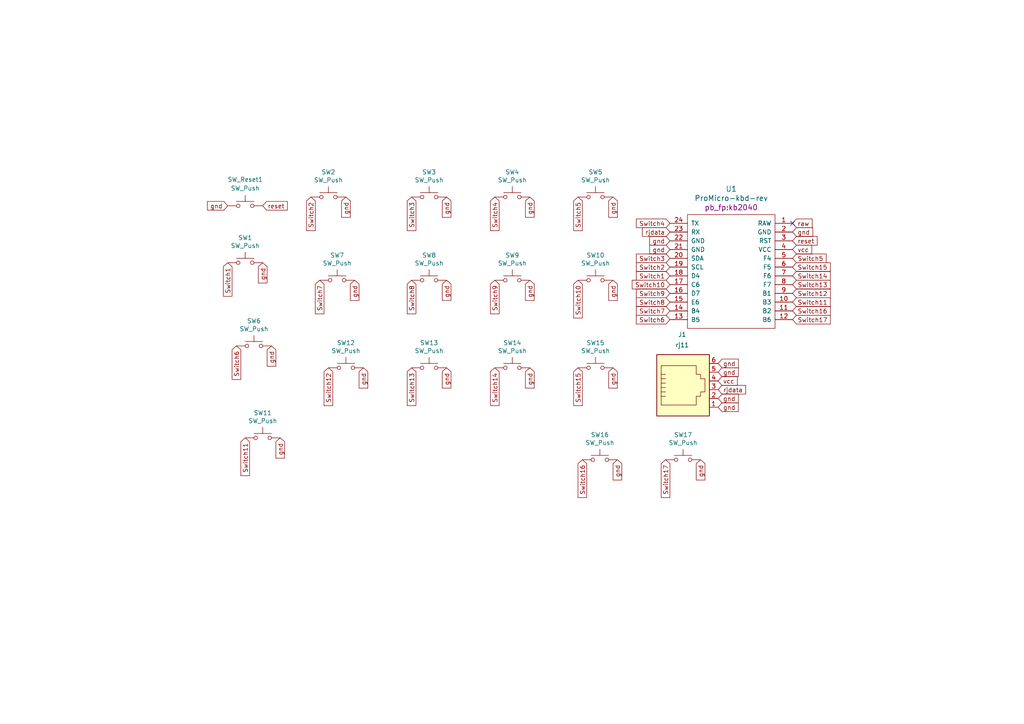
<source format=kicad_sch>
(kicad_sch (version 20231120) (generator "eeschema") (generator_version "8.0")
  (paper "A4")
  (title_block (title "pearbear_mx") (date "2024-09-24") (rev "0") (company "tomsadowski"))
  (lib_symbols
    (symbol "Connector:6P6C" (pin_names (offset 1.016))
      (property "Reference" "J" (at -5.08 11.43 0))
      (property "Value" "6P6C" (at 2.54 11.43 0))
      (symbol "6P6C_0_1"
        (polyline (pts (xy -6.35 -1.905) (xy -5.08 -1.905) (xy -5.08 -1.905)))
        (polyline (pts (xy -6.35 -0.635) (xy -5.08 -0.635) (xy -5.08 -0.635)))
        (polyline (pts (xy -6.35 0.635) (xy -5.08 0.635) (xy -5.08 0.635)))
        (polyline (pts (xy -6.35 1.905) (xy -5.08 1.905) (xy -5.08 1.905)))
        (polyline (pts (xy -6.35 3.175) (xy -5.08 3.175) (xy -5.08 3.175)))
        (polyline (pts (xy -5.08 4.445) (xy -6.35 4.445) (xy -6.35 4.445)))
        (polyline (pts (xy -6.35 -4.445) (xy -6.35 6.985) (xy 3.81 6.985) (xy 3.81 4.445) (xy 5.08 4.445) (xy 5.08 3.175) (xy 6.35 3.175) (xy 6.35 -0.635) (xy 5.08 -0.635) (xy 5.08 -1.905) (xy 3.81 -1.905) (xy 3.81 -4.445) (xy -6.35 -4.445) (xy -6.35 -4.445)))
        (rectangle (start 7.62 10.16) (end -7.62 -7.62) (stroke (width 0.254)) (fill (type background)))
      )
      (symbol "6P6C_1_1"
        (pin passive line (at 10.16 -5.08 180) (length 2.54) (name "~") (number "1"))
        (pin passive line (at 10.16 -2.54 180) (length 2.54) (name "~") (number "2"))
        (pin passive line (at 10.16 0 180) (length 2.54) (name "~") (number "3"))
        (pin passive line (at 10.16 2.54 180) (length 2.54) (name "~") (number "4"))
        (pin passive line (at 10.16 5.08 180) (length 2.54) (name "~") (number "5"))
        (pin passive line (at 10.16 7.62 180) (length 2.54) (name "~") (number "6"))
      )
    )
    (symbol "Switch:SW_Push" (pin_numbers hide) (pin_names (offset 1.016) hide)
      (property "Reference" "SW" (at 1.27 2.54 0))
      (property "Value" "SW_Push" (at 0 -1.524 0))
      (symbol "SW_Push_0_1"
        (circle (center -2.032 0) (radius 0.508))
        (polyline (pts (xy 0 1.27) (xy 0 3.048)))
        (polyline (pts (xy 2.54 1.27) (xy -2.54 1.27)))
        (circle (center 2.032 0) (radius 0.508))
        (pin passive line (at -5.08 0 0) (length 2.54) (name "1") (number "1"))
        (pin passive line (at 5.08 0 180) (length 2.54) (name "2") (number "2"))
      )
    )
    (symbol "misc:ProMicro-kbd-faceup" (pin_names (offset 1.016))
      (property "Reference" "U2" (at 0 29.0322 0))
      (property "Value" "ProMicro-kbd-stupid" (at 0 26.3398 0))
      (property "Footprint" "misc:ProMicro_jumpers_facedown" (at 0 23.6474 0))
      (symbol "ProMicro-kbd-faceup_0_1"
        (rectangle (start -12.7 21.59) (end 12.7 -11.43))
      )
      (symbol "ProMicro-kbd-faceup_1_0"
        (pin power_out line (at 17.78 19.05 180) (length 5.08) (name "RAW") (number "1"))
      )
      (symbol "ProMicro-kbd-faceup_1_1"
        (pin bidirectional line (at 17.78 -3.81 180) (length 5.08) (name "B3") (number "10"))
        (pin bidirectional line (at 17.78 -6.35 180) (length 5.08) (name "B2") (number "11"))
        (pin bidirectional line (at 17.78 -8.89 180) (length 5.08) (name "B6") (number "12"))
        (pin bidirectional line (at -17.78 -8.89 0) (length 5.08) (name "B5") (number "13"))
        (pin bidirectional line (at -17.78 -6.35 0) (length 5.08) (name "B4") (number "14"))
        (pin bidirectional line (at -17.78 -3.81 0) (length 5.08) (name "E6") (number "15"))
        (pin bidirectional line (at -17.78 -1.27 0) (length 5.08) (name "D7") (number "16"))
        (pin bidirectional line (at -17.78 1.27 0) (length 5.08) (name "C6") (number "17"))
        (pin bidirectional line (at -17.78 3.81 0) (length 5.08) (name "D4") (number "18"))
        (pin bidirectional line (at -17.78 6.35 0) (length 5.08) (name "SCL") (number "19"))
        (pin power_in line (at 17.78 16.51 180) (length 5.08) (name "GND") (number "2"))
        (pin bidirectional line (at -17.78 8.89 0) (length 5.08) (name "SDA") (number "20"))
        (pin power_in line (at -17.78 11.43 0) (length 5.08) (name "GND") (number "21"))
        (pin power_in line (at -17.78 13.97 0) (length 5.08) (name "GND") (number "22"))
        (pin bidirectional line (at -17.78 16.51 0) (length 5.08) (name "RX") (number "23"))
        (pin bidirectional line (at -17.78 19.05 0) (length 5.08) (name "TX") (number "24"))
        (pin input line (at 17.78 13.97 180) (length 5.08) (name "RST") (number "3"))
        (pin power_in line (at 17.78 11.43 180) (length 5.08) (name "VCC") (number "4"))
        (pin bidirectional line (at 17.78 8.89 180) (length 5.08) (name "F4") (number "5"))
        (pin bidirectional line (at 17.78 6.35 180) (length 5.08) (name "F5") (number "6"))
        (pin bidirectional line (at 17.78 3.81 180) (length 5.08) (name "F6") (number "7"))
        (pin bidirectional line (at 17.78 1.27 180) (length 5.08) (name "F7") (number "8"))
        (pin bidirectional line (at 17.78 -1.27 180) (length 5.08) (name "B1") (number "9"))
      )
    )
  )
  (no_connect (at 229.87 64.77))
  (global_label "Switch12" (shape input) (at 95.25 106.68 270) (property "Intersheetrefs" "${INTERSHEET_REFS}" (effects (hide yes))))
  (global_label "gnd" (shape input) (at 105.41 106.68 270) (property "Intersheetrefs" "${INTERSHEET_REFS}" (effects (hide yes))))
  (global_label "gnd" (shape input) (at 76.2 76.2 270) (property "Intersheetrefs" "${INTERSHEET_REFS}" (effects (hide yes))))
  (global_label "reset" (shape input) (at 229.87 69.85 0) (property "Intersheetrefs" "${INTERSHEET_REFS}" (effects (hide yes))))
  (global_label "Switch11" (shape input) (at 229.87 87.63 0) (property "Intersheetrefs" "${INTERSHEET_REFS}" (effects (hide yes))))
  (global_label "gnd" (shape input) (at 153.67 57.15 270) (property "Intersheetrefs" "${INTERSHEET_REFS}" (effects (hide yes))))
  (global_label "reset" (shape input) (at 76.2 59.69 0) (property "Intersheetrefs" "${INTERSHEET_REFS}" (effects (hide yes))))
  (global_label "gnd" (shape input) (at 78.74 100.33 270) (property "Intersheetrefs" "${INTERSHEET_REFS}" (effects (hide yes))))
  (global_label "Switch14" (shape input) (at 143.51 106.68 270) (property "Intersheetrefs" "${INTERSHEET_REFS}" (effects (hide yes))))
  (global_label "Switch17" (shape input) (at 193.04 133.35 270) (property "Intersheetrefs" "${INTERSHEET_REFS}" (effects (hide yes))))
  (global_label "Switch5" (shape input) (at 167.64 57.15 270) (property "Intersheetrefs" "${INTERSHEET_REFS}" (effects (hide yes))))
  (global_label "Switch3" (shape input) (at 194.31 74.93 180) (property "Intersheetrefs" "${INTERSHEET_REFS}" (effects (hide yes))))
  (global_label "Switch16" (shape input) (at 229.87 90.17 0) (property "Intersheetrefs" "${INTERSHEET_REFS}" (effects (hide yes))))
  (global_label "Switch15" (shape input) (at 229.87 77.47 0) (property "Intersheetrefs" "${INTERSHEET_REFS}" (effects (hide yes))))
  (global_label "gnd" (shape input) (at 129.54 81.28 270) (property "Intersheetrefs" "${INTERSHEET_REFS}" (effects (hide yes))))
  (global_label "gnd" (shape input) (at 102.87 81.28 270) (property "Intersheetrefs" "${INTERSHEET_REFS}" (effects (hide yes))))
  (global_label "gnd" (shape input) (at 129.54 57.15 270) (property "Intersheetrefs" "${INTERSHEET_REFS}" (effects (hide yes))))
  (global_label "gnd" (shape input) (at 129.54 106.68 270) (property "Intersheetrefs" "${INTERSHEET_REFS}" (effects (hide yes))))
  (global_label "Switch16" (shape input) (at 168.91 133.35 270) (property "Intersheetrefs" "${INTERSHEET_REFS}" (effects (hide yes))))
  (global_label "gnd" (shape input) (at 208.28 118.11 0) (property "Intersheetrefs" "${INTERSHEET_REFS}" (effects (hide yes))))
  (global_label "gnd" (shape input) (at 153.67 106.68 270) (property "Intersheetrefs" "${INTERSHEET_REFS}" (effects (hide yes))))
  (global_label "gnd" (shape input) (at 208.28 105.41 0) (property "Intersheetrefs" "${INTERSHEET_REFS}" (effects (hide yes))))
  (global_label "gnd" (shape input) (at 66.04 59.69 180) (property "Intersheetrefs" "${INTERSHEET_REFS}" (effects (hide yes))))
  (global_label "Switch1" (shape input) (at 194.31 80.01 180) (property "Intersheetrefs" "${INTERSHEET_REFS}" (effects (hide yes))))
  (global_label "gnd" (shape input) (at 229.87 67.31 0) (property "Intersheetrefs" "${INTERSHEET_REFS}" (effects (hide yes))))
  (global_label "Switch15" (shape input) (at 167.64 106.68 270) (property "Intersheetrefs" "${INTERSHEET_REFS}" (effects (hide yes))))
  (global_label "gnd" (shape input) (at 177.8 57.15 270) (property "Intersheetrefs" "${INTERSHEET_REFS}" (effects (hide yes))))
  (global_label "Switch5" (shape input) (at 229.87 74.93 0) (property "Intersheetrefs" "${INTERSHEET_REFS}" (effects (hide yes))))
  (global_label "Switch7" (shape input) (at 194.31 90.17 180) (property "Intersheetrefs" "${INTERSHEET_REFS}" (effects (hide yes))))
  (global_label "Switch17" (shape input) (at 229.87 92.71 0) (property "Intersheetrefs" "${INTERSHEET_REFS}" (effects (hide yes))))
  (global_label "gnd" (shape input) (at 100.33 57.15 270) (property "Intersheetrefs" "${INTERSHEET_REFS}" (effects (hide yes))))
  (global_label "gnd" (shape input) (at 203.2 133.35 270) (property "Intersheetrefs" "${INTERSHEET_REFS}" (effects (hide yes))))
  (global_label "gnd" (shape input) (at 194.31 69.85 180) (property "Intersheetrefs" "${INTERSHEET_REFS}" (effects (hide yes))))
  (global_label "gnd" (shape input) (at 208.28 115.57 0) (property "Intersheetrefs" "${INTERSHEET_REFS}" (effects (hide yes))))
  (global_label "vcc" (shape input) (at 229.87 72.39 0) (property "Intersheetrefs" "${INTERSHEET_REFS}" (effects (hide yes))))
  (global_label "gnd" (shape input) (at 177.8 81.28 270) (property "Intersheetrefs" "${INTERSHEET_REFS}" (effects (hide yes))))
  (global_label "Switch10" (shape input) (at 194.31 82.55 180) (property "Intersheetrefs" "${INTERSHEET_REFS}" (effects (hide yes))))
  (global_label "raw" (shape input) (at 229.87 64.77 0) (property "Intersheetrefs" "${INTERSHEET_REFS}" (effects (hide yes))))
  (global_label "rjdata" (shape input) (at 208.28 113.03 0) (property "Intersheetrefs" "${INTERSHEET_REFS}" (effects (hide yes))))
  (global_label "gnd" (shape input) (at 194.31 72.39 180) (property "Intersheetrefs" "${INTERSHEET_REFS}" (effects (hide yes))))
  (global_label "Switch8" (shape input) (at 194.31 87.63 180) (property "Intersheetrefs" "${INTERSHEET_REFS}" (effects (hide yes))))
  (global_label "Switch13" (shape input) (at 229.87 82.55 0) (property "Intersheetrefs" "${INTERSHEET_REFS}" (effects (hide yes))))
  (global_label "Switch9" (shape input) (at 194.31 85.09 180) (property "Intersheetrefs" "${INTERSHEET_REFS}" (effects (hide yes))))
  (global_label "Switch1" (shape input) (at 66.04 76.2 270) (property "Intersheetrefs" "${INTERSHEET_REFS}" (effects (hide yes))))
  (global_label "Switch14" (shape input) (at 229.87 80.01 0) (property "Intersheetrefs" "${INTERSHEET_REFS}" (effects (hide yes))))
  (global_label "Switch3" (shape input) (at 119.38 57.15 270) (property "Intersheetrefs" "${INTERSHEET_REFS}" (effects (hide yes))))
  (global_label "Switch2" (shape input) (at 90.17 57.15 270) (property "Intersheetrefs" "${INTERSHEET_REFS}" (effects (hide yes))))
  (global_label "Switch4" (shape input) (at 194.31 64.77 180) (property "Intersheetrefs" "${INTERSHEET_REFS}" (effects (hide yes))))
  (global_label "Switch12" (shape input) (at 229.87 85.09 0) (property "Intersheetrefs" "${INTERSHEET_REFS}" (effects (hide yes))))
  (global_label "gnd" (shape input) (at 208.28 107.95 0) (property "Intersheetrefs" "${INTERSHEET_REFS}" (effects (hide yes))))
  (global_label "gnd" (shape input) (at 153.67 81.28 270) (property "Intersheetrefs" "${INTERSHEET_REFS}" (effects (hide yes))))
  (global_label "Switch10" (shape input) (at 167.64 81.28 270) (property "Intersheetrefs" "${INTERSHEET_REFS}" (effects (hide yes))))
  (global_label "Switch7" (shape input) (at 92.71 81.28 270) (property "Intersheetrefs" "${INTERSHEET_REFS}" (effects (hide yes))))
  (global_label "Switch4" (shape input) (at 143.51 57.15 270) (property "Intersheetrefs" "${INTERSHEET_REFS}" (effects (hide yes))))
  (global_label "vcc" (shape input) (at 208.28 110.49 0) (property "Intersheetrefs" "${INTERSHEET_REFS}" (effects (hide yes))))
  (global_label "Switch6" (shape input) (at 194.31 92.71 180) (property "Intersheetrefs" "${INTERSHEET_REFS}" (effects (hide yes))))
  (global_label "Switch2" (shape input) (at 194.31 77.47 180) (property "Intersheetrefs" "${INTERSHEET_REFS}" (effects (hide yes))))
  (global_label "Switch8" (shape input) (at 119.38 81.28 270) (property "Intersheetrefs" "${INTERSHEET_REFS}" (effects (hide yes))))
  (global_label "gnd" (shape input) (at 179.07 133.35 270) (property "Intersheetrefs" "${INTERSHEET_REFS}" (effects (hide yes))))
  (global_label "gnd" (shape input) (at 81.28 127 270) (property "Intersheetrefs" "${INTERSHEET_REFS}" (effects (hide yes))))
  (global_label "Switch6" (shape input) (at 68.58 100.33 270) (property "Intersheetrefs" "${INTERSHEET_REFS}" (effects (hide yes))))
  (global_label "rjdata" (shape input) (at 194.31 67.31 180) (property "Intersheetrefs" "${INTERSHEET_REFS}" (effects (hide yes))))
  (global_label "Switch9" (shape input) (at 143.51 81.28 270) (property "Intersheetrefs" "${INTERSHEET_REFS}" (effects (hide yes))))
  (global_label "gnd" (shape input) (at 177.8 106.68 270) (property "Intersheetrefs" "${INTERSHEET_REFS}" (effects (hide yes))))
  (global_label "Switch11" (shape input) (at 71.12 127 270) (property "Intersheetrefs" "${INTERSHEET_REFS}" (effects (hide yes))))
  (global_label "Switch13" (shape input) (at 119.38 106.68 270) (property "Intersheetrefs" "${INTERSHEET_REFS}" (effects (hide yes))))
  (symbol (lib_id "misc:ProMicro-kbd-faceup") (at 212.09 83.82 0) (unit 1)
    (property "Reference" "U1" (at 212.09 54.7878 0) (effects (font (size 1.524 1.524))))
    (property "Value" "ProMicro-kbd-rev" (at 212.09 57.4802 0) (effects (font (size 1.524 1.524))))
    (property "Footprint" "pb_fp:kb2040" (at 212.09 60.1726 0) (effects (font (size 1.524 1.524))))
  )
  (symbol (lib_id "Switch:SW_Push") (at 71.12 76.2 0) (unit 1)
    (property "Reference" "SW1" (at 71.12 68.961 0))
    (property "Value" "SW_Push" (at 71.12 71.2724 0))
    (property "Footprint" "pb_fp:SW_Cherry_MX" (effects (hide yes)))
  )
  (symbol (lib_id "Switch:SW_Push") (at 95.25 57.15 0) (unit 1)
    (property "Reference" "SW2" (at 95.25 49.911 0))
    (property "Value" "SW_Push" (at 95.25 52.2224 0))
    (property "Footprint" "pb_fp:SW_Cherry_MX" (effects (hide yes)))
  )
  (symbol (lib_id "Switch:SW_Push") (at 124.46 57.15 0) (unit 1)
    (property "Reference" "SW3" (at 124.46 49.911 0))
    (property "Value" "SW_Push" (at 124.46 52.2224 0))
    (property "Footprint" "pb_fp:SW_Cherry_MX" (effects (hide yes)))
  )
  (symbol (lib_id "Switch:SW_Push") (at 148.59 57.15 0) (unit 1)
    (property "Reference" "SW4" (at 148.59 49.911 0))
    (property "Value" "SW_Push" (at 148.59 52.2224 0))
    (property "Footprint" "pb_fp:SW_Cherry_MX" (effects (hide yes)))
  )
  (symbol (lib_id "Switch:SW_Push") (at 172.72 57.15 0) (unit 1)
    (property "Reference" "SW5" (at 172.72 49.911 0))
    (property "Value" "SW_Push" (at 172.72 52.2224 0))
    (property "Footprint" "pb_fp:SW_Cherry_MX" (effects (hide yes)))
  )
  (symbol (lib_id "Switch:SW_Push") (at 173.99 133.35 0) (unit 1)
    (property "Reference" "SW16" (at 173.99 126.111 0))
    (property "Value" "SW_Push" (at 173.99 128.4224 0))
    (property "Footprint" "pb_fp:SW_Cherry_MX" (effects (hide yes)))
  )
  (symbol (lib_id "Switch:SW_Push") (at 198.12 133.35 0) (unit 1)
    (property "Reference" "SW17" (at 198.12 126.111 0))
    (property "Value" "SW_Push" (at 198.12 128.4224 0))
    (property "Footprint" "pb_fp:SW_Cherry_MX" (effects (hide yes)))
  )
  (symbol (lib_id "Switch:SW_Push") (at 73.66 100.33 0) (unit 1)
    (property "Reference" "SW6" (at 73.66 93.091 0))
    (property "Value" "SW_Push" (at 73.66 95.4024 0))
    (property "Footprint" "pb_fp:SW_Cherry_MX" (effects (hide yes)))
  )
  (symbol (lib_id "Switch:SW_Push") (at 97.79 81.28 0) (unit 1)
    (property "Reference" "SW7" (at 97.79 74.041 0))
    (property "Value" "SW_Push" (at 97.79 76.3524 0))
    (property "Footprint" "pb_fp:SW_Cherry_MX" (effects (hide yes)))
  )
  (symbol (lib_id "Switch:SW_Push") (at 124.46 81.28 0) (unit 1)
    (property "Reference" "SW8" (at 124.46 74.041 0))
    (property "Value" "SW_Push" (at 124.46 76.3524 0))
    (property "Footprint" "pb_fp:SW_Cherry_MX" (effects (hide yes)))
  )
  (symbol (lib_id "Switch:SW_Push") (at 148.59 81.28 0) (unit 1)
    (property "Reference" "SW9" (at 148.59 74.041 0))
    (property "Value" "SW_Push" (at 148.59 76.3524 0))
    (property "Footprint" "pb_fp:SW_Cherry_MX" (effects (hide yes)))
  )
  (symbol (lib_id "Switch:SW_Push") (at 172.72 81.28 0) (unit 1)
    (property "Reference" "SW10" (at 172.72 74.041 0))
    (property "Value" "SW_Push" (at 172.72 76.3524 0))
    (property "Footprint" "pb_fp:SW_Cherry_MX" (effects (hide yes)))
  )
  (symbol (lib_id "Switch:SW_Push") (at 76.2 127 0) (unit 1)
    (property "Reference" "SW11" (at 76.2 119.761 0))
    (property "Value" "SW_Push" (at 76.2 122.0724 0))
    (property "Footprint" "pb_fp:SW_Cherry_MX" (effects (hide yes)))
  )
  (symbol (lib_id "Switch:SW_Push") (at 100.33 106.68 0) (unit 1)
    (property "Reference" "SW12" (at 100.33 99.441 0))
    (property "Value" "SW_Push" (at 100.33 101.7524 0))
    (property "Footprint" "pb_fp:SW_Cherry_MX" (effects (hide yes)))
  )
  (symbol (lib_id "Switch:SW_Push") (at 124.46 106.68 0) (unit 1)
    (property "Reference" "SW13" (at 124.46 99.441 0))
    (property "Value" "SW_Push" (at 124.46 101.7524 0))
    (property "Footprint" "pb_fp:SW_Cherry_MX" (effects (hide yes)))
  )
  (symbol (lib_id "Switch:SW_Push") (at 148.59 106.68 0) (unit 1)
    (property "Reference" "SW14" (at 148.59 99.441 0))
    (property "Value" "SW_Push" (at 148.59 101.7524 0))
    (property "Footprint" "pb_fp:SW_Cherry_MX" (effects (hide yes)))
  )
  (symbol (lib_id "Switch:SW_Push") (at 172.72 106.68 0) (unit 1)
    (property "Reference" "SW15" (at 172.72 99.441 0))
    (property "Value" "SW_Push" (at 172.72 101.7524 0))
    (property "Footprint" "pb_fp:SW_Cherry_MX" (effects (hide yes)))
  )
  (symbol (lib_id "Connector:6P6C") (at 198.12 113.03 0) (unit 1)
    (property "Reference" "J1" (at 197.866 97.028 0))
    (property "Value" "rj11" (at 197.866 100.076 0))
    (property "Footprint" "pb_fp:RJ11_6P6C" (effects (hide yes)))
    (property "Description" "RJ connector, 6P6C (6 positions 6 connected), RJ12/RJ18/RJ25" (effects (hide yes)))
  )
  (symbol (lib_id "Switch:SW_Push") (at 71.12 59.69 0) (unit 1)
    (property "Reference" "SW_Reset1" (at 71.12 52.07 0))
    (property "Value" "SW_Push" (at 71.12 54.61 0))
    (property "Footprint" "pb_fp:SW_TH_Tactile_Omron_B3F-10xx_reversible" (effects (hide yes)))
    (property "Description" "Push button switch, generic, two pins" (effects (hide yes)))
  )
)
</source>
